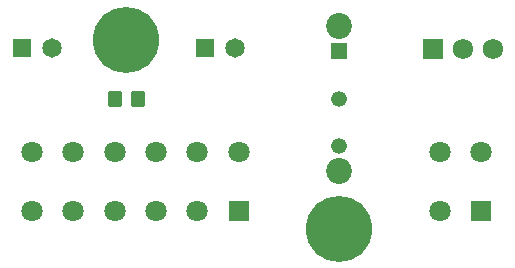
<source format=gbr>
%TF.GenerationSoftware,KiCad,Pcbnew,8.0.7*%
%TF.CreationDate,2024-12-13T10:46:06-05:00*%
%TF.ProjectId,SwerveHubWago,53776572-7665-4487-9562-5761676f2e6b,rev?*%
%TF.SameCoordinates,Original*%
%TF.FileFunction,Soldermask,Top*%
%TF.FilePolarity,Negative*%
%FSLAX46Y46*%
G04 Gerber Fmt 4.6, Leading zero omitted, Abs format (unit mm)*
G04 Created by KiCad (PCBNEW 8.0.7) date 2024-12-13 10:46:06*
%MOMM*%
%LPD*%
G01*
G04 APERTURE LIST*
G04 Aperture macros list*
%AMRoundRect*
0 Rectangle with rounded corners*
0 $1 Rounding radius*
0 $2 $3 $4 $5 $6 $7 $8 $9 X,Y pos of 4 corners*
0 Add a 4 corners polygon primitive as box body*
4,1,4,$2,$3,$4,$5,$6,$7,$8,$9,$2,$3,0*
0 Add four circle primitives for the rounded corners*
1,1,$1+$1,$2,$3*
1,1,$1+$1,$4,$5*
1,1,$1+$1,$6,$7*
1,1,$1+$1,$8,$9*
0 Add four rect primitives between the rounded corners*
20,1,$1+$1,$2,$3,$4,$5,0*
20,1,$1+$1,$4,$5,$6,$7,0*
20,1,$1+$1,$6,$7,$8,$9,0*
20,1,$1+$1,$8,$9,$2,$3,0*%
G04 Aperture macros list end*
%ADD10C,5.600000*%
%ADD11R,1.337000X1.337000*%
%ADD12C,1.337000*%
%ADD13C,2.190000*%
%ADD14RoundRect,0.250000X0.350000X0.450000X-0.350000X0.450000X-0.350000X-0.450000X0.350000X-0.450000X0*%
%ADD15R,1.650000X1.650000*%
%ADD16C,1.650000*%
%ADD17R,1.800000X1.800000*%
%ADD18C,1.800000*%
%ADD19R,1.725000X1.725000*%
%ADD20C,1.725000*%
G04 APERTURE END LIST*
D10*
%TO.C,M3*%
X156000000Y-59500000D03*
%TD*%
D11*
%TO.C,S1*%
X156000000Y-44500000D03*
D12*
X156000000Y-48500000D03*
X156000000Y-52500000D03*
D13*
X156000000Y-42350000D03*
X156000000Y-54650000D03*
%TD*%
D14*
%TO.C,R120*%
X139000000Y-48500000D03*
X137000000Y-48500000D03*
%TD*%
D10*
%TO.C,M3*%
X138000000Y-43500000D03*
%TD*%
D15*
%TO.C,J4*%
X144665000Y-44195000D03*
D16*
X147205000Y-44195000D03*
%TD*%
D15*
%TO.C,J3*%
X129165000Y-44195000D03*
D16*
X131705000Y-44195000D03*
%TD*%
D17*
%TO.C,J5*%
X147500000Y-58000000D03*
D18*
X147500000Y-53000000D03*
X144000000Y-58000000D03*
X144000000Y-53000000D03*
X140500000Y-58000000D03*
X140500000Y-53000000D03*
X137000000Y-58000000D03*
X137000000Y-53000000D03*
X133500000Y-58000000D03*
X133500000Y-53000000D03*
X130000000Y-58000000D03*
X130000000Y-53000000D03*
%TD*%
D19*
%TO.C,J1*%
X163960000Y-44260000D03*
D20*
X166500000Y-44260000D03*
X169040000Y-44260000D03*
%TD*%
D17*
%TO.C,J2*%
X168040000Y-58000000D03*
D18*
X168040000Y-53000000D03*
X164540000Y-58000000D03*
X164540000Y-53000000D03*
%TD*%
M02*

</source>
